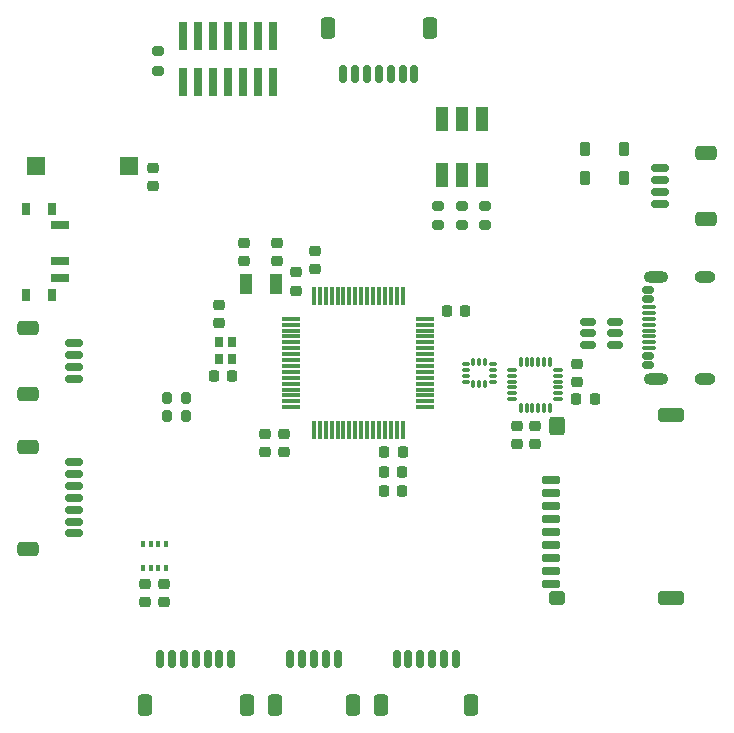
<source format=gtp>
G04 #@! TF.GenerationSoftware,KiCad,Pcbnew,8.0.4*
G04 #@! TF.CreationDate,2024-08-30T21:15:12+02:00*
G04 #@! TF.ProjectId,STARGLIDER_MainBoard_rev1,53544152-474c-4494-9445-525f4d61696e,rev?*
G04 #@! TF.SameCoordinates,Original*
G04 #@! TF.FileFunction,Paste,Top*
G04 #@! TF.FilePolarity,Positive*
%FSLAX46Y46*%
G04 Gerber Fmt 4.6, Leading zero omitted, Abs format (unit mm)*
G04 Created by KiCad (PCBNEW 8.0.4) date 2024-08-30 21:15:12*
%MOMM*%
%LPD*%
G01*
G04 APERTURE LIST*
G04 Aperture macros list*
%AMRoundRect*
0 Rectangle with rounded corners*
0 $1 Rounding radius*
0 $2 $3 $4 $5 $6 $7 $8 $9 X,Y pos of 4 corners*
0 Add a 4 corners polygon primitive as box body*
4,1,4,$2,$3,$4,$5,$6,$7,$8,$9,$2,$3,0*
0 Add four circle primitives for the rounded corners*
1,1,$1+$1,$2,$3*
1,1,$1+$1,$4,$5*
1,1,$1+$1,$6,$7*
1,1,$1+$1,$8,$9*
0 Add four rect primitives between the rounded corners*
20,1,$1+$1,$2,$3,$4,$5,0*
20,1,$1+$1,$4,$5,$6,$7,0*
20,1,$1+$1,$6,$7,$8,$9,0*
20,1,$1+$1,$8,$9,$2,$3,0*%
G04 Aperture macros list end*
%ADD10RoundRect,0.225000X0.250000X-0.225000X0.250000X0.225000X-0.250000X0.225000X-0.250000X-0.225000X0*%
%ADD11RoundRect,0.225000X-0.250000X0.225000X-0.250000X-0.225000X0.250000X-0.225000X0.250000X0.225000X0*%
%ADD12RoundRect,0.087500X-0.225000X-0.087500X0.225000X-0.087500X0.225000X0.087500X-0.225000X0.087500X0*%
%ADD13RoundRect,0.087500X-0.087500X-0.225000X0.087500X-0.225000X0.087500X0.225000X-0.087500X0.225000X0*%
%ADD14RoundRect,0.150000X-0.150000X-0.625000X0.150000X-0.625000X0.150000X0.625000X-0.150000X0.625000X0*%
%ADD15RoundRect,0.250000X-0.350000X-0.650000X0.350000X-0.650000X0.350000X0.650000X-0.350000X0.650000X0*%
%ADD16RoundRect,0.150000X0.512500X0.150000X-0.512500X0.150000X-0.512500X-0.150000X0.512500X-0.150000X0*%
%ADD17RoundRect,0.225000X-0.225000X-0.375000X0.225000X-0.375000X0.225000X0.375000X-0.225000X0.375000X0*%
%ADD18R,0.800000X0.900000*%
%ADD19RoundRect,0.225000X-0.225000X-0.250000X0.225000X-0.250000X0.225000X0.250000X-0.225000X0.250000X0*%
%ADD20R,0.800000X1.000000*%
%ADD21R,1.500000X0.700000*%
%ADD22R,0.350000X0.500000*%
%ADD23R,1.100000X2.000000*%
%ADD24RoundRect,0.150000X-0.625000X0.150000X-0.625000X-0.150000X0.625000X-0.150000X0.625000X0.150000X0*%
%ADD25RoundRect,0.250000X-0.650000X0.350000X-0.650000X-0.350000X0.650000X-0.350000X0.650000X0.350000X0*%
%ADD26RoundRect,0.200000X-0.275000X0.200000X-0.275000X-0.200000X0.275000X-0.200000X0.275000X0.200000X0*%
%ADD27RoundRect,0.200000X-0.200000X-0.275000X0.200000X-0.275000X0.200000X0.275000X-0.200000X0.275000X0*%
%ADD28R,1.000000X1.800000*%
%ADD29R,0.740000X2.400000*%
%ADD30RoundRect,0.150000X0.326500X-0.150000X0.326500X0.150000X-0.326500X0.150000X-0.326500X-0.150000X0*%
%ADD31RoundRect,0.075000X0.500000X-0.075000X0.500000X0.075000X-0.500000X0.075000X-0.500000X-0.075000X0*%
%ADD32O,2.100000X1.000000*%
%ADD33O,1.800000X1.000000*%
%ADD34RoundRect,0.218750X-0.218750X-0.256250X0.218750X-0.256250X0.218750X0.256250X-0.218750X0.256250X0*%
%ADD35R,1.500000X1.500000*%
%ADD36RoundRect,0.175000X-0.625000X0.175000X-0.625000X-0.175000X0.625000X-0.175000X0.625000X0.175000X0*%
%ADD37RoundRect,0.300000X-0.800000X0.300000X-0.800000X-0.300000X0.800000X-0.300000X0.800000X0.300000X0*%
%ADD38RoundRect,0.350000X-0.350000X0.450000X-0.350000X-0.450000X0.350000X-0.450000X0.350000X0.450000X0*%
%ADD39RoundRect,0.300000X-0.400000X0.300000X-0.400000X-0.300000X0.400000X-0.300000X0.400000X0.300000X0*%
%ADD40RoundRect,0.075000X-0.700000X-0.075000X0.700000X-0.075000X0.700000X0.075000X-0.700000X0.075000X0*%
%ADD41RoundRect,0.075000X-0.075000X-0.700000X0.075000X-0.700000X0.075000X0.700000X-0.075000X0.700000X0*%
%ADD42RoundRect,0.075000X-0.350000X-0.075000X0.350000X-0.075000X0.350000X0.075000X-0.350000X0.075000X0*%
%ADD43RoundRect,0.075000X0.075000X-0.350000X0.075000X0.350000X-0.075000X0.350000X-0.075000X-0.350000X0*%
%ADD44RoundRect,0.200000X0.275000X-0.200000X0.275000X0.200000X-0.275000X0.200000X-0.275000X-0.200000X0*%
%ADD45RoundRect,0.150000X0.150000X0.625000X-0.150000X0.625000X-0.150000X-0.625000X0.150000X-0.625000X0*%
%ADD46RoundRect,0.250000X0.350000X0.650000X-0.350000X0.650000X-0.350000X-0.650000X0.350000X-0.650000X0*%
%ADD47RoundRect,0.150000X0.625000X-0.150000X0.625000X0.150000X-0.625000X0.150000X-0.625000X-0.150000X0*%
%ADD48RoundRect,0.250000X0.650000X-0.350000X0.650000X0.350000X-0.650000X0.350000X-0.650000X-0.350000X0*%
G04 APERTURE END LIST*
D10*
X101000000Y-100550000D03*
X101000000Y-99000000D03*
D11*
X94500000Y-101725000D03*
X94500000Y-103275000D03*
D10*
X88900000Y-91675000D03*
X88900000Y-90125000D03*
D12*
X115337500Y-106750000D03*
X115337500Y-107250000D03*
X115337500Y-107750000D03*
X115337500Y-108250000D03*
D13*
X116000000Y-108412500D03*
X116500000Y-108412500D03*
X117000000Y-108412500D03*
D12*
X117662500Y-108250000D03*
X117662500Y-107750000D03*
X117662500Y-107250000D03*
X117662500Y-106750000D03*
D13*
X117000000Y-106587500D03*
X116500000Y-106587500D03*
X116000000Y-106587500D03*
D14*
X100500000Y-131750000D03*
X101500000Y-131750000D03*
X102500000Y-131750000D03*
X103500000Y-131750000D03*
X104500000Y-131750000D03*
D15*
X99200000Y-135625000D03*
X105800000Y-135625000D03*
D16*
X128000000Y-105125000D03*
X128000000Y-104175000D03*
X128000000Y-103225000D03*
X125725000Y-103225000D03*
X125725000Y-104175000D03*
X125725000Y-105125000D03*
D17*
X125450000Y-88600000D03*
X128750000Y-88600000D03*
D18*
X95600000Y-106300000D03*
X95600000Y-104900000D03*
X94500000Y-104900000D03*
X94500000Y-106300000D03*
D10*
X124750000Y-108275000D03*
X124750000Y-106725000D03*
X119675000Y-113550000D03*
X119675000Y-112000000D03*
D19*
X94050000Y-107800000D03*
X95600000Y-107800000D03*
D20*
X80350000Y-93600000D03*
X78140000Y-93600000D03*
X80350000Y-100900000D03*
X78140000Y-100900000D03*
D21*
X81000000Y-95000000D03*
X81000000Y-98000000D03*
X81000000Y-99500000D03*
D11*
X96600000Y-96525000D03*
X96600000Y-98075000D03*
D22*
X88025000Y-121975000D03*
X88675000Y-121975000D03*
X89325000Y-121975000D03*
X89975000Y-121975000D03*
X89975000Y-124025000D03*
X89325000Y-124025000D03*
X88675000Y-124025000D03*
X88025000Y-124025000D03*
D23*
X113344000Y-86000000D03*
X115044000Y-86000000D03*
X116744000Y-86000000D03*
X116744000Y-90800000D03*
X115044000Y-90800000D03*
X113344000Y-90800000D03*
D24*
X82200000Y-105000000D03*
X82200000Y-106000000D03*
X82200000Y-107000000D03*
X82200000Y-108000000D03*
D25*
X78325000Y-103700000D03*
X78325000Y-109300000D03*
D14*
X89500000Y-131750000D03*
X90500000Y-131750000D03*
X91500000Y-131750000D03*
X92500000Y-131750000D03*
X93500000Y-131750000D03*
X94500000Y-131750000D03*
X95500000Y-131750000D03*
D15*
X88200000Y-135625000D03*
X96800000Y-135625000D03*
D26*
X115000000Y-93350000D03*
X115000000Y-95000000D03*
D27*
X90050000Y-111200000D03*
X91700000Y-111200000D03*
D28*
X96750000Y-100000000D03*
X99250000Y-100000000D03*
D10*
X102600000Y-98750000D03*
X102600000Y-97200000D03*
D29*
X99000000Y-79000000D03*
X99000000Y-82900000D03*
X97730000Y-79000000D03*
X97730000Y-82900000D03*
X96460000Y-79000000D03*
X96460000Y-82900000D03*
X95190000Y-79000000D03*
X95190000Y-82900000D03*
X93920000Y-79000000D03*
X93920000Y-82900000D03*
X92650000Y-79000000D03*
X92650000Y-82900000D03*
X91380000Y-79000000D03*
X91380000Y-82900000D03*
D11*
X98350000Y-112675000D03*
X98350000Y-114225000D03*
X99950000Y-112675000D03*
X99950000Y-114225000D03*
D30*
X130751500Y-106875000D03*
X130751500Y-106075000D03*
D31*
X130850000Y-104925000D03*
X130850000Y-103925000D03*
X130850000Y-103425000D03*
X130850000Y-102425000D03*
D30*
X130751500Y-101275000D03*
X130751500Y-100475000D03*
X130751500Y-100475000D03*
X130751500Y-101275000D03*
D31*
X130850000Y-101925000D03*
X130850000Y-102925000D03*
X130850000Y-104425000D03*
X130850000Y-105425000D03*
D30*
X130751500Y-106075000D03*
X130751500Y-106875000D03*
D32*
X131425000Y-107995000D03*
D33*
X135605000Y-107995000D03*
D32*
X131425000Y-99355000D03*
D33*
X135605000Y-99355000D03*
D19*
X113725000Y-102250000D03*
X115275000Y-102250000D03*
D34*
X108425000Y-114250000D03*
X110000000Y-114250000D03*
D11*
X99400000Y-96525000D03*
X99400000Y-98075000D03*
D24*
X82175000Y-115100000D03*
X82175000Y-116100000D03*
X82175000Y-117100000D03*
X82175000Y-118100000D03*
X82175000Y-119100000D03*
X82175000Y-120100000D03*
X82175000Y-121100000D03*
D25*
X78300000Y-113800000D03*
X78300000Y-122400000D03*
D17*
X125450000Y-90990000D03*
X128750000Y-90990000D03*
D35*
X79000000Y-90000000D03*
X86800000Y-90000000D03*
D14*
X109500000Y-131750000D03*
X110500000Y-131750000D03*
X111500000Y-131750000D03*
X112500000Y-131750000D03*
X113500000Y-131750000D03*
X114500000Y-131750000D03*
D15*
X108200000Y-135625000D03*
X115800000Y-135625000D03*
D11*
X88200000Y-125400000D03*
X88200000Y-126950000D03*
D27*
X90050000Y-109600000D03*
X91700000Y-109600000D03*
D19*
X108425000Y-115900000D03*
X109975000Y-115900000D03*
D36*
X122600000Y-116600000D03*
X122600000Y-117700000D03*
X122600000Y-118800000D03*
X122600000Y-119900000D03*
X122600000Y-121000000D03*
X122600000Y-122100000D03*
X122600000Y-123200000D03*
X122600000Y-124300000D03*
X122600000Y-125400000D03*
D37*
X132700000Y-111100000D03*
D38*
X123100000Y-112000000D03*
D37*
X132700000Y-126600000D03*
D39*
X123100000Y-126600000D03*
D26*
X113000000Y-93350000D03*
X113000000Y-95000000D03*
D19*
X108425000Y-117500000D03*
X109975000Y-117500000D03*
D11*
X121250000Y-112000000D03*
X121250000Y-113550000D03*
D26*
X117000000Y-93350000D03*
X117000000Y-95000000D03*
D19*
X124725000Y-109750000D03*
X126275000Y-109750000D03*
D40*
X100575000Y-102925000D03*
X100575000Y-103425000D03*
X100575000Y-103925000D03*
X100575000Y-104425000D03*
X100575000Y-104925000D03*
X100575000Y-105425000D03*
X100575000Y-105925000D03*
X100575000Y-106425000D03*
X100575000Y-106925000D03*
X100575000Y-107425000D03*
X100575000Y-107925000D03*
X100575000Y-108425000D03*
X100575000Y-108925000D03*
X100575000Y-109425000D03*
X100575000Y-109925000D03*
X100575000Y-110425000D03*
D41*
X102500000Y-112350000D03*
X103000000Y-112350000D03*
X103500000Y-112350000D03*
X104000000Y-112350000D03*
X104500000Y-112350000D03*
X105000000Y-112350000D03*
X105500000Y-112350000D03*
X106000000Y-112350000D03*
X106500000Y-112350000D03*
X107000000Y-112350000D03*
X107500000Y-112350000D03*
X108000000Y-112350000D03*
X108500000Y-112350000D03*
X109000000Y-112350000D03*
X109500000Y-112350000D03*
X110000000Y-112350000D03*
D40*
X111925000Y-110425000D03*
X111925000Y-109925000D03*
X111925000Y-109425000D03*
X111925000Y-108925000D03*
X111925000Y-108425000D03*
X111925000Y-107925000D03*
X111925000Y-107425000D03*
X111925000Y-106925000D03*
X111925000Y-106425000D03*
X111925000Y-105925000D03*
X111925000Y-105425000D03*
X111925000Y-104925000D03*
X111925000Y-104425000D03*
X111925000Y-103925000D03*
X111925000Y-103425000D03*
X111925000Y-102925000D03*
D41*
X110000000Y-101000000D03*
X109500000Y-101000000D03*
X109000000Y-101000000D03*
X108500000Y-101000000D03*
X108000000Y-101000000D03*
X107500000Y-101000000D03*
X107000000Y-101000000D03*
X106500000Y-101000000D03*
X106000000Y-101000000D03*
X105500000Y-101000000D03*
X105000000Y-101000000D03*
X104500000Y-101000000D03*
X104000000Y-101000000D03*
X103500000Y-101000000D03*
X103000000Y-101000000D03*
X102500000Y-101000000D03*
D42*
X119300000Y-107250000D03*
X119300000Y-107750000D03*
X119300000Y-108250000D03*
X119300000Y-108750000D03*
X119300000Y-109250000D03*
X119300000Y-109750000D03*
D43*
X120000000Y-110450000D03*
X120500000Y-110450000D03*
X121000000Y-110450000D03*
X121500000Y-110450000D03*
X122000000Y-110450000D03*
X122500000Y-110450000D03*
D42*
X123200000Y-109750000D03*
X123200000Y-109250000D03*
X123200000Y-108750000D03*
X123200000Y-108250000D03*
X123200000Y-107750000D03*
X123200000Y-107250000D03*
D43*
X122500000Y-106550000D03*
X122000000Y-106550000D03*
X121500000Y-106550000D03*
X121000000Y-106550000D03*
X120500000Y-106550000D03*
X120000000Y-106550000D03*
D44*
X89300000Y-81925000D03*
X89300000Y-80275000D03*
D45*
X111000000Y-82200000D03*
X110000000Y-82200000D03*
X109000000Y-82200000D03*
X108000000Y-82200000D03*
X107000000Y-82200000D03*
X106000000Y-82200000D03*
X105000000Y-82200000D03*
D46*
X112300000Y-78325000D03*
X103700000Y-78325000D03*
D47*
X131800000Y-93200000D03*
X131800000Y-92200000D03*
X131800000Y-91200000D03*
X131800000Y-90200000D03*
D48*
X135675000Y-94500000D03*
X135675000Y-88900000D03*
D10*
X89800000Y-126950000D03*
X89800000Y-125400000D03*
M02*

</source>
